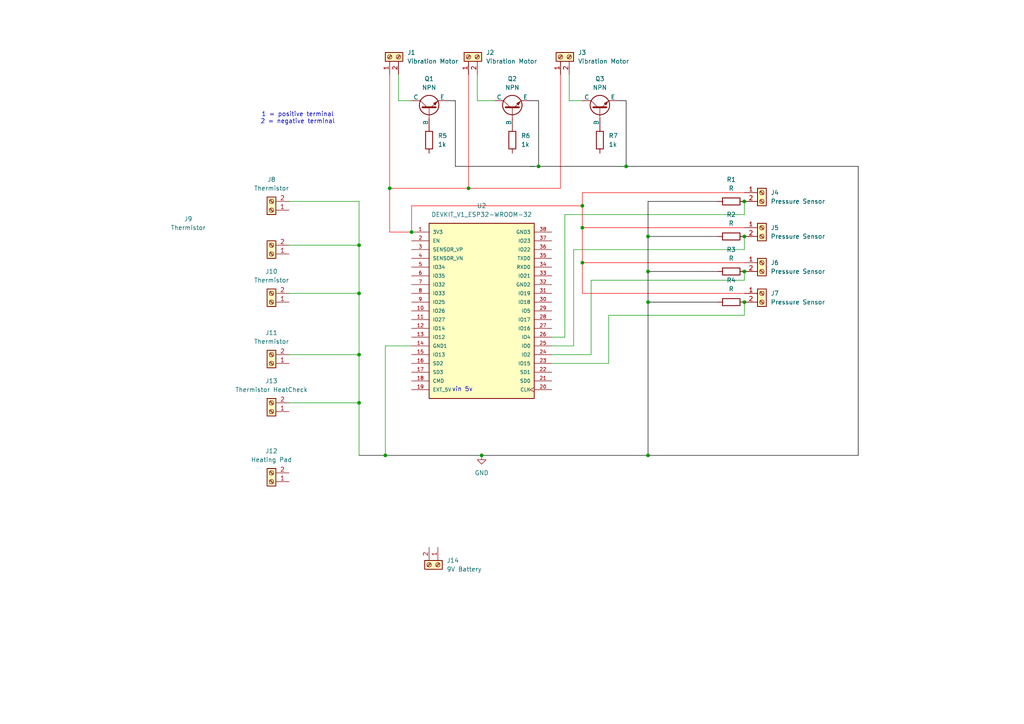
<source format=kicad_sch>
(kicad_sch (version 20231120) (generator "eeschema") (generator_version "8.0")
  (paper "A4")
  (lib_symbols
    (symbol "Connector:Screw_Terminal_01x02" (pin_names (offset 1.016) hide)
      (property "Reference" "J" (at 0 2.54 0))
      (property "Value" "Screw_Terminal_01x02" (at 0 -5.08 0))
      (symbol "Screw_Terminal_01x02_1_1"
        (rectangle (start -1.27 1.27) (end 1.27 -3.81) (stroke (width 0.254)) (fill (type background)))
        (circle (center 0 -2.54) (radius 0.635) (stroke (width 0.1524)))
        (polyline (pts (xy -0.5334 -2.2098) (xy 0.3302 -3.048)) (stroke (width 0.1524)))
        (polyline (pts (xy -0.5334 0.3302) (xy 0.3302 -0.508)) (stroke (width 0.1524)))
        (polyline (pts (xy -0.3556 -2.032) (xy 0.508 -2.8702)) (stroke (width 0.1524)))
        (polyline (pts (xy -0.3556 0.508) (xy 0.508 -0.3302)) (stroke (width 0.1524)))
        (circle (center 0 0) (radius 0.635) (stroke (width 0.1524)))
        (pin passive line (at -5.08 0 0) (length 3.81) (name "Pin_1") (number "1"))
        (pin passive line (at -5.08 -2.54 0) (length 3.81) (name "Pin_2") (number "2"))
      )
    )
    (symbol "DEVKIT_V1_ESP32-WROOM-32:DEVKIT_V1_ESP32-WROOM-32" (pin_names (offset 1.016))
      (property "Reference" "U" (at -15.2654 26.0604 0))
      (property "Value" "DEVKIT_V1_ESP32-WROOM-32" (at -15.2654 -27.9654 0))
      (symbol "DEVKIT_V1_ESP32-WROOM-32_0_0"
        (rectangle (start -15.24 -25.4) (end 15.24 25.4) (stroke (width 0.254)) (fill (type background)))
        (pin power_in line (at -20.32 22.86 0) (length 5.08) (name "3V3") (number "1"))
        (pin bidirectional line (at -20.32 0 0) (length 5.08) (name "IO26") (number "10"))
        (pin bidirectional line (at -20.32 -2.54 0) (length 5.08) (name "IO27") (number "11"))
        (pin bidirectional line (at -20.32 -5.08 0) (length 5.08) (name "IO14") (number "12"))
        (pin bidirectional line (at -20.32 -7.62 0) (length 5.08) (name "IO12") (number "13"))
        (pin power_in line (at -20.32 -10.16 0) (length 5.08) (name "GND1") (number "14"))
        (pin bidirectional line (at -20.32 -12.7 0) (length 5.08) (name "IO13") (number "15"))
        (pin bidirectional line (at -20.32 -15.24 0) (length 5.08) (name "SD2") (number "16"))
        (pin bidirectional line (at -20.32 -17.78 0) (length 5.08) (name "SD3") (number "17"))
        (pin bidirectional line (at -20.32 -20.32 0) (length 5.08) (name "CMD") (number "18"))
        (pin power_in line (at -20.32 -22.86 0) (length 5.08) (name "EXT_5V") (number "19"))
        (pin input line (at -20.32 20.32 0) (length 5.08) (name "EN") (number "2"))
        (pin input clock (at 20.32 -22.86 180) (length 5.08) (name "CLK") (number "20"))
        (pin bidirectional line (at 20.32 -20.32 180) (length 5.08) (name "SD0") (number "21"))
        (pin bidirectional line (at 20.32 -17.78 180) (length 5.08) (name "SD1") (number "22"))
        (pin bidirectional line (at 20.32 -15.24 180) (length 5.08) (name "IO15") (number "23"))
        (pin bidirectional line (at 20.32 -12.7 180) (length 5.08) (name "IO2") (number "24"))
        (pin bidirectional line (at 20.32 -10.16 180) (length 5.08) (name "IO0") (number "25"))
        (pin bidirectional line (at 20.32 -7.62 180) (length 5.08) (name "IO4") (number "26"))
        (pin bidirectional line (at 20.32 -5.08 180) (length 5.08) (name "IO16") (number "27"))
        (pin bidirectional line (at 20.32 -2.54 180) (length 5.08) (name "IO17") (number "28"))
        (pin bidirectional line (at 20.32 0 180) (length 5.08) (name "IO5") (number "29"))
        (pin input line (at -20.32 17.78 0) (length 5.08) (name "SENSOR_VP") (number "3"))
        (pin bidirectional line (at 20.32 2.54 180) (length 5.08) (name "IO18") (number "30"))
        (pin bidirectional line (at 20.32 5.08 180) (length 5.08) (name "IO19") (number "31"))
        (pin power_in line (at 20.32 7.62 180) (length 5.08) (name "GND2") (number "32"))
        (pin bidirectional line (at 20.32 10.16 180) (length 5.08) (name "IO21") (number "33"))
        (pin input line (at 20.32 12.7 180) (length 5.08) (name "RXD0") (number "34"))
        (pin output line (at 20.32 15.24 180) (length 5.08) (name "TXD0") (number "35"))
        (pin bidirectional line (at 20.32 17.78 180) (length 5.08) (name "IO22") (number "36"))
        (pin bidirectional line (at 20.32 20.32 180) (length 5.08) (name "IO23") (number "37"))
        (pin power_in line (at 20.32 22.86 180) (length 5.08) (name "GND3") (number "38"))
        (pin input line (at -20.32 15.24 0) (length 5.08) (name "SENSOR_VN") (number "4"))
        (pin bidirectional line (at -20.32 12.7 0) (length 5.08) (name "IO34") (number "5"))
        (pin bidirectional line (at -20.32 10.16 0) (length 5.08) (name "IO35") (number "6"))
        (pin bidirectional line (at -20.32 7.62 0) (length 5.08) (name "IO32") (number "7"))
        (pin bidirectional line (at -20.32 5.08 0) (length 5.08) (name "IO33") (number "8"))
        (pin bidirectional line (at -20.32 2.54 0) (length 5.08) (name "IO25") (number "9"))
      )
    )
    (symbol "Device:R" (pin_numbers hide) (pin_names (offset 0))
      (property "Reference" "R" (at 2.032 0 90))
      (property "Value" "R" (at 0 0 90))
      (symbol "R_0_1"
        (rectangle (start -1.016 -2.54) (end 1.016 2.54) (stroke (width 0.254)))
      )
      (symbol "R_1_1"
        (pin passive line (at 0 3.81 270) (length 1.27) (name "~") (number "1"))
        (pin passive line (at 0 -3.81 90) (length 1.27) (name "~") (number "2"))
      )
    )
    (symbol "Simulation_SPICE:NPN" (pin_numbers hide) (pin_names (offset 0))
      (property "Reference" "Q" (at -2.54 7.62 0))
      (property "Value" "NPN" (at -2.54 5.08 0))
      (symbol "NPN_0_1"
        (polyline (pts (xy -2.54 0) (xy 0.635 0)) (stroke (width 0.1524)))
        (polyline (pts (xy 0.635 0.635) (xy 2.54 2.54)))
        (polyline (pts (xy 2.794 -1.27) (xy 2.794 -1.27)) (stroke (width 0.1524)))
        (polyline (pts (xy 2.794 -1.27) (xy 2.794 -1.27)) (stroke (width 0.1524)))
        (polyline (pts (xy 0.635 -0.635) (xy 2.54 -2.54) (xy 2.54 -2.54)))
        (polyline (pts (xy 0.635 1.905) (xy 0.635 -1.905) (xy 0.635 -1.905)) (stroke (width 0.508)))
        (polyline (pts (xy 1.27 -1.778) (xy 1.778 -1.27) (xy 2.286 -2.286) (xy 1.27 -1.778) (xy 1.27 -1.778)) (fill (type outline)))
        (circle (center 1.27 0) (radius 2.8194) (stroke (width 0.254)))
      )
      (symbol "NPN_1_1"
        (pin open_collector line (at 2.54 5.08 270) (length 2.54) (name "C") (number "1"))
        (pin input line (at -5.08 0 0) (length 2.54) (name "B") (number "2"))
        (pin open_emitter line (at 2.54 -5.08 90) (length 2.54) (name "E") (number "3"))
      )
    )
    (symbol "power:GND" (power) (pin_numbers hide) (pin_names (offset 0) hide)
      (property "Value" "GND" (at 0 -3.81 0))
      (symbol "GND_0_1"
        (polyline (pts (xy 0 0) (xy 0 -1.27) (xy 1.27 -1.27) (xy 0 -2.54) (xy -1.27 -1.27) (xy 0 -1.27)))
      )
      (symbol "GND_1_1"
        (pin power_in line (at 0 0 270) (length 0) (name "~") (number "1"))
      )
    )
  )
  (junction (at 111.76 132.08))
  (junction (at 135.89 54.61))
  (junction (at 215.9 78.74))
  (junction (at 187.96 68.58))
  (junction (at 187.96 87.63))
  (junction (at 215.9 58.42))
  (junction (at 187.96 78.74))
  (junction (at 104.14 85.09))
  (junction (at 104.14 71.12))
  (junction (at 168.91 76.2))
  (junction (at 215.9 87.63))
  (junction (at 215.9 68.58))
  (junction (at 104.14 116.84))
  (junction (at 168.91 59.69))
  (junction (at 104.14 102.87))
  (junction (at 139.7 132.08))
  (junction (at 187.96 132.08))
  (junction (at 119.38 67.31))
  (junction (at 181.61 48.26))
  (junction (at 113.03 54.61))
  (junction (at 156.21 48.26))
  (junction (at 168.91 66.04))
  (wire (pts (xy 215.9 58.42) (xy 215.9 62.23)))
  (wire (pts (xy 215.9 87.63) (xy 215.9 91.44)))
  (wire (pts (xy 171.45 102.87) (xy 160.02 102.87)))
  (wire (pts (xy 83.82 85.09) (xy 104.14 85.09)))
  (wire (pts (xy 104.14 71.12) (xy 104.14 85.09)))
  (wire (pts (xy 156.21 29.21) (xy 156.21 48.26)) (stroke (width 0) (color 0 0 0 1)))
  (wire (pts (xy 83.82 102.87) (xy 104.14 102.87)))
  (wire (pts (xy 138.43 21.59) (xy 138.43 29.21)))
  (wire (pts (xy 115.57 29.21) (xy 119.38 29.21)))
  (wire (pts (xy 208.28 58.42) (xy 187.96 58.42)) (stroke (width 0) (color 0 0 0 1)))
  (wire (pts (xy 215.9 55.88) (xy 168.91 55.88)) (stroke (width 0) (color 255 0 0 1)))
  (wire (pts (xy 111.76 100.33) (xy 119.38 100.33)))
  (wire (pts (xy 181.61 29.21) (xy 179.07 29.21)) (stroke (width 0) (color 0 0 0 1)))
  (wire (pts (xy 115.57 21.59) (xy 115.57 29.21)))
  (wire (pts (xy 171.45 81.28) (xy 171.45 102.87)))
  (wire (pts (xy 168.91 76.2) (xy 168.91 85.09)) (stroke (width 0) (color 255 0 0 1)))
  (wire (pts (xy 187.96 132.08) (xy 139.7 132.08)) (stroke (width 0) (color 0 0 0 1)))
  (wire (pts (xy 215.9 81.28) (xy 171.45 81.28)))
  (wire (pts (xy 113.03 54.61) (xy 113.03 67.31)) (stroke (width 0) (color 255 0 0 1)))
  (wire (pts (xy 181.61 29.21) (xy 181.61 48.26)) (stroke (width 0) (color 0 0 0 1)))
  (wire (pts (xy 215.9 62.23) (xy 163.83 62.23)))
  (wire (pts (xy 215.9 68.58) (xy 215.9 72.39)))
  (wire (pts (xy 166.37 100.33) (xy 160.02 100.33)))
  (wire (pts (xy 138.43 29.21) (xy 143.51 29.21)))
  (wire (pts (xy 113.03 21.59) (xy 113.03 54.61)) (stroke (width 0) (color 255 0 0 1)))
  (wire (pts (xy 168.91 55.88) (xy 168.91 59.69)) (stroke (width 0) (color 255 0 0 1)))
  (wire (pts (xy 165.1 29.21) (xy 168.91 29.21)))
  (wire (pts (xy 176.53 91.44) (xy 176.53 105.41)))
  (wire (pts (xy 83.82 116.84) (xy 104.14 116.84)))
  (wire (pts (xy 168.91 66.04) (xy 168.91 76.2)) (stroke (width 0) (color 255 0 0 1)))
  (wire (pts (xy 113.03 67.31) (xy 119.38 67.31)) (stroke (width 0) (color 255 0 0 1)))
  (wire (pts (xy 179.07 48.26) (xy 180.34 48.26)))
  (wire (pts (xy 83.82 71.12) (xy 104.14 71.12)))
  (wire (pts (xy 176.53 105.41) (xy 160.02 105.41)))
  (wire (pts (xy 215.9 76.2) (xy 168.91 76.2)) (stroke (width 0) (color 255 0 0 1)))
  (wire (pts (xy 215.9 91.44) (xy 176.53 91.44)))
  (wire (pts (xy 119.38 59.69) (xy 119.38 67.31)) (stroke (width 0) (color 255 0 0 1)))
  (wire (pts (xy 215.9 66.04) (xy 168.91 66.04)) (stroke (width 0) (color 255 0 0 1)))
  (wire (pts (xy 168.91 59.69) (xy 119.38 59.69)) (stroke (width 0) (color 255 0 0 1)))
  (wire (pts (xy 187.96 68.58) (xy 187.96 78.74)) (stroke (width 0) (color 0 0 0 1)))
  (wire (pts (xy 111.76 132.08) (xy 139.7 132.08)) (stroke (width 0) (color 0 0 0 1)))
  (wire (pts (xy 104.14 58.42) (xy 104.14 71.12)))
  (wire (pts (xy 165.1 21.59) (xy 165.1 29.21)))
  (wire (pts (xy 132.08 48.26) (xy 156.21 48.26)) (stroke (width 0) (color 0 0 0 1)))
  (wire (pts (xy 168.91 66.04) (xy 168.91 59.69)) (stroke (width 0) (color 255 0 0 1)))
  (wire (pts (xy 248.92 48.26) (xy 248.92 132.08)) (stroke (width 0) (color 0 0 0 1)))
  (wire (pts (xy 166.37 72.39) (xy 166.37 100.33)))
  (wire (pts (xy 248.92 132.08) (xy 187.96 132.08)) (stroke (width 0) (color 0 0 0 1)))
  (wire (pts (xy 215.9 72.39) (xy 166.37 72.39)))
  (wire (pts (xy 162.56 21.59) (xy 162.56 54.61)) (stroke (width 0) (color 255 0 0 1)))
  (wire (pts (xy 208.28 87.63) (xy 187.96 87.63)) (stroke (width 0) (color 0 0 0 1)))
  (wire (pts (xy 187.96 78.74) (xy 208.28 78.74)) (stroke (width 0) (color 0 0 0 1)))
  (wire (pts (xy 187.96 68.58) (xy 208.28 68.58)) (stroke (width 0) (color 0 0 0 1)))
  (wire (pts (xy 162.56 54.61) (xy 135.89 54.61)) (stroke (width 0) (color 255 0 0 1)))
  (wire (pts (xy 181.61 48.26) (xy 248.92 48.26)) (stroke (width 0) (color 0 0 0 1)))
  (wire (pts (xy 113.03 54.61) (xy 135.89 54.61)) (stroke (width 0) (color 255 0 0 1)))
  (wire (pts (xy 187.96 87.63) (xy 187.96 132.08)) (stroke (width 0) (color 0 0 0 1)))
  (wire (pts (xy 163.83 62.23) (xy 163.83 97.79)))
  (wire (pts (xy 132.08 29.21) (xy 132.08 48.26)) (stroke (width 0) (color 0 0 0 1)))
  (wire (pts (xy 104.14 85.09) (xy 104.14 102.87)))
  (wire (pts (xy 129.54 29.21) (xy 132.08 29.21)) (stroke (width 0) (color 0 0 0 1)))
  (wire (pts (xy 111.76 100.33) (xy 111.76 132.08)))
  (wire (pts (xy 135.89 21.59) (xy 135.89 54.61)) (stroke (width 0) (color 255 0 0 1)))
  (wire (pts (xy 215.9 85.09) (xy 168.91 85.09)) (stroke (width 0) (color 255 0 0 1)))
  (wire (pts (xy 163.83 97.79) (xy 160.02 97.79)))
  (wire (pts (xy 156.21 29.21) (xy 153.67 29.21)) (stroke (width 0) (color 0 0 0 1)))
  (wire (pts (xy 83.82 58.42) (xy 104.14 58.42)))
  (wire (pts (xy 187.96 58.42) (xy 187.96 68.58)) (stroke (width 0) (color 0 0 0 1)))
  (wire (pts (xy 104.14 116.84) (xy 104.14 132.08)))
  (wire (pts (xy 104.14 132.08) (xy 111.76 132.08)) (stroke (width 0) (color 0 0 0 1)))
  (wire (pts (xy 153.67 48.26) (xy 154.94 48.26)))
  (wire (pts (xy 187.96 78.74) (xy 187.96 87.63)) (stroke (width 0) (color 0 0 0 1)))
  (wire (pts (xy 104.14 102.87) (xy 104.14 116.84)))
  (wire (pts (xy 156.21 48.26) (xy 181.61 48.26)) (stroke (width 0) (color 0 0 0 1)))
  (wire (pts (xy 215.9 78.74) (xy 215.9 81.28)))
  (text "vin 5v" (at 134.112 113.03 0) (effects (font (size 1.27 1.27))))
  (text "1 = positive terminal\n2 = negative terminal" (at 86.36 34.29 0) (effects (font (size 1.27 1.27))))
  (symbol (lib_id "Connector:Screw_Terminal_01x02") (at 78.74 87.63 180) (unit 1)
    (property "Reference" "J10" (at 78.74 78.74 0))
    (property "Value" "Thermistor" (at 78.74 81.28 0))
    (property "Description" "Generic screw terminal, single row, 01x02, script generated (kicad-library-utils/schlib/autogen/connector/)" (effects (hide yes)))
  )
  (symbol (lib_id "Connector:Screw_Terminal_01x02") (at 78.74 73.66 180) (unit 1)
    (property "Reference" "J9" (at 54.61 63.5 0))
    (property "Value" "Thermistor" (at 54.61 66.04 0))
    (property "Description" "Generic screw terminal, single row, 01x02, script generated (kicad-library-utils/schlib/autogen/connector/)" (effects (hide yes)))
  )
  (symbol (lib_id "Simulation_SPICE:NPN") (at 173.99 31.75 90) (unit 1)
    (property "Reference" "Q3" (at 173.99 22.86 90))
    (property "Value" "NPN" (at 173.99 25.4 90))
    (property "Datasheet" "https://ngspice.sourceforge.io/docs/ngspice-html-manual/manual.xhtml#cha_BJTs" (effects (hide yes)))
    (property "Description" "Bipolar transistor symbol for simulation only, substrate tied to the emitter" (effects (hide yes)))
    (property "Sim.Device" "NPN" (effects (hide yes)))
    (property "Sim.Type" "GUMMELPOON" (effects (hide yes)))
    (property "Sim.Pins" "1=C 2=B 3=E" (effects (hide yes)))
  )
  (symbol (lib_id "Connector:Screw_Terminal_01x02") (at 78.74 139.7 180) (unit 1)
    (property "Reference" "J12" (at 78.74 130.81 0))
    (property "Value" "Heating Pad" (at 78.74 133.35 0))
    (property "Description" "Generic screw terminal, single row, 01x02, script generated (kicad-library-utils/schlib/autogen/connector/)" (effects (hide yes)))
  )
  (symbol (lib_id "Device:R") (at 212.09 68.58 90) (unit 1)
    (property "Reference" "R2" (at 212.09 62.23 90))
    (property "Value" "R" (at 212.09 64.77 90))
    (property "Description" "Resistor" (effects (hide yes)))
  )
  (symbol (lib_id "Connector:Screw_Terminal_01x02") (at 78.74 119.38 180) (unit 1)
    (property "Reference" "J13" (at 78.74 110.49 0))
    (property "Value" "Thermistor HeatCheck" (at 78.74 113.03 0))
    (property "Description" "Generic screw terminal, single row, 01x02, script generated (kicad-library-utils/schlib/autogen/connector/)" (effects (hide yes)))
  )
  (symbol (lib_id "DEVKIT_V1_ESP32-WROOM-32:DEVKIT_V1_ESP32-WROOM-32") (at 139.7 90.17 0) (unit 1)
    (property "Reference" "U2" (at 139.7 59.69 0))
    (property "Value" "DEVKIT_V1_ESP32-WROOM-32" (at 139.7 62.23 0))
    (property "Footprint" "MODULE_DEVKIT_V1_ESP32-WROOM-32" (effects (hide yes)))
    (property "MF" "Espressif Systems" (effects (hide yes)))
    (property "Description_1" "\\n                        \\n                            WROOM-32 Development Board ESP32 ESP-32S WiFi Bluetooth Dev Module\\n                        \\n" (effects (hide yes)))
    (property "Package" "Package" (effects (hide yes)))
    (property "Price" "None" (effects (hide yes)))
    (property "Check_prices" "https://www.snapeda.com/parts/DEVKIT%20V1%20ESP32-WROOM-32/Espressif+Systems/view-part/?ref=eda" (effects (hide yes)))
    (property "STANDARD" "Manufacturer Recommendations" (effects (hide yes)))
    (property "PARTREV" "N/A" (effects (hide yes)))
    (property "SnapEDA_Link" "https://www.snapeda.com/parts/DEVKIT%20V1%20ESP32-WROOM-32/Espressif+Systems/view-part/?ref=snap" (effects (hide yes)))
    (property "MP" "DEVKIT V1 ESP32-WROOM-32" (effects (hide yes)))
    (property "Availability" "Not in stock" (effects (hide yes)))
    (property "MANUFACTURER" "Espressif Systems" (effects (hide yes)))
  )
  (symbol (lib_id "Connector:Screw_Terminal_01x02") (at 220.98 55.88 0) (unit 1)
    (property "Reference" "J4" (at 223.52 55.8799 0) (effects (justify left)))
    (property "Value" "Pressure Sensor" (at 223.52 58.4199 0) (effects (justify left)))
    (property "Description" "Generic screw terminal, single row, 01x02, script generated (kicad-library-utils/schlib/autogen/connector/)" (effects (hide yes)))
  )
  (symbol (lib_id "Simulation_SPICE:NPN") (at 124.46 31.75 90) (unit 1)
    (property "Reference" "Q1" (at 124.46 22.86 90))
    (property "Value" "NPN" (at 124.46 25.4 90))
    (property "Datasheet" "https://ngspice.sourceforge.io/docs/ngspice-html-manual/manual.xhtml#cha_BJTs" (effects (hide yes)))
    (property "Description" "Bipolar transistor symbol for simulation only, substrate tied to the emitter" (effects (hide yes)))
    (property "Sim.Device" "NPN" (effects (hide yes)))
    (property "Sim.Type" "GUMMELPOON" (effects (hide yes)))
    (property "Sim.Pins" "1=C 2=B 3=E" (effects (hide yes)))
  )
  (symbol (lib_id "Simulation_SPICE:NPN") (at 148.59 31.75 90) (unit 1)
    (property "Reference" "Q2" (at 148.59 22.86 90))
    (property "Value" "NPN" (at 148.59 25.4 90))
    (property "Datasheet" "https://ngspice.sourceforge.io/docs/ngspice-html-manual/manual.xhtml#cha_BJTs" (effects (hide yes)))
    (property "Description" "Bipolar transistor symbol for simulation only, substrate tied to the emitter" (effects (hide yes)))
    (property "Sim.Device" "NPN" (effects (hide yes)))
    (property "Sim.Type" "GUMMELPOON" (effects (hide yes)))
    (property "Sim.Pins" "1=C 2=B 3=E" (effects (hide yes)))
  )
  (symbol (lib_id "Connector:Screw_Terminal_01x02") (at 135.89 16.51 90) (unit 1)
    (property "Reference" "J2" (at 140.97 15.2399 90) (effects (justify right)))
    (property "Value" "Vibration Motor" (at 140.97 17.7799 90) (effects (justify right)))
    (property "Description" "Generic screw terminal, single row, 01x02, script generated (kicad-library-utils/schlib/autogen/connector/)" (effects (hide yes)))
  )
  (symbol (lib_id "Device:R") (at 212.09 78.74 90) (unit 1)
    (property "Reference" "R3" (at 212.09 72.39 90))
    (property "Value" "R" (at 212.09 74.93 90))
    (property "Description" "Resistor" (effects (hide yes)))
  )
  (symbol (lib_id "Device:R") (at 212.09 87.63 90) (unit 1)
    (property "Reference" "R4" (at 212.09 81.28 90))
    (property "Value" "R" (at 212.09 83.82 90))
    (property "Description" "Resistor" (effects (hide yes)))
  )
  (symbol (lib_id "Device:R") (at 173.99 40.64 180) (unit 1)
    (property "Reference" "R7" (at 176.53 39.3699 0) (effects (justify right)))
    (property "Value" "1k" (at 176.53 41.9099 0) (effects (justify right)))
    (property "Description" "Resistor" (effects (hide yes)))
  )
  (symbol (lib_id "Connector:Screw_Terminal_01x02") (at 220.98 85.09 0) (unit 1)
    (property "Reference" "J7" (at 223.52 85.0899 0) (effects (justify left)))
    (property "Value" "Pressure Sensor" (at 223.52 87.6299 0) (effects (justify left)))
    (property "Description" "Generic screw terminal, single row, 01x02, script generated (kicad-library-utils/schlib/autogen/connector/)" (effects (hide yes)))
  )
  (symbol (lib_id "Connector:Screw_Terminal_01x02") (at 78.74 60.96 180) (unit 1)
    (property "Reference" "J8" (at 78.74 52.07 0))
    (property "Value" "Thermistor" (at 78.74 54.61 0))
    (property "Description" "Generic screw terminal, single row, 01x02, script generated (kicad-library-utils/schlib/autogen/connector/)" (effects (hide yes)))
  )
  (symbol (lib_id "Connector:Screw_Terminal_01x02") (at 78.74 105.41 180) (unit 1)
    (property "Reference" "J11" (at 78.74 96.52 0))
    (property "Value" "Thermistor" (at 78.74 99.06 0))
    (property "Description" "Generic screw terminal, single row, 01x02, script generated (kicad-library-utils/schlib/autogen/connector/)" (effects (hide yes)))
  )
  (symbol (lib_id "Connector:Screw_Terminal_01x02") (at 127 163.83 270) (unit 1)
    (property "Reference" "J14" (at 129.54 162.5599 90) (effects (justify left)))
    (property "Value" "9V Battery" (at 129.54 165.0999 90) (effects (justify left)))
    (property "Description" "Generic screw terminal, single row, 01x02, script generated (kicad-library-utils/schlib/autogen/connector/)" (effects (hide yes)))
  )
  (symbol (lib_id "Connector:Screw_Terminal_01x02") (at 220.98 66.04 0) (unit 1)
    (property "Reference" "J5" (at 223.52 66.0399 0) (effects (justify left)))
    (property "Value" "Pressure Sensor" (at 223.52 68.5799 0) (effects (justify left)))
    (property "Description" "Generic screw terminal, single row, 01x02, script generated (kicad-library-utils/schlib/autogen/connector/)" (effects (hide yes)))
  )
  (symbol (lib_id "Device:R") (at 124.46 40.64 180) (unit 1)
    (property "Reference" "R5" (at 127 39.3699 0) (effects (justify right)))
    (property "Value" "1k" (at 127 41.9099 0) (effects (justify right)))
    (property "Description" "Resistor" (effects (hide yes)))
  )
  (symbol (lib_id "Connector:Screw_Terminal_01x02") (at 162.56 16.51 90) (unit 1)
    (property "Reference" "J3" (at 167.64 15.2399 90) (effects (justify right)))
    (property "Value" "Vibration Motor" (at 167.64 17.7799 90) (effects (justify right)))
    (property "Description" "Generic screw terminal, single row, 01x02, script generated (kicad-library-utils/schlib/autogen/connector/)" (effects (hide yes)))
  )
  (symbol (lib_id "Connector:Screw_Terminal_01x02") (at 220.98 76.2 0) (unit 1)
    (property "Reference" "J6" (at 223.52 76.1999 0) (effects (justify left)))
    (property "Value" "Pressure Sensor" (at 223.52 78.7399 0) (effects (justify left)))
    (property "Description" "Generic screw terminal, single row, 01x02, script generated (kicad-library-utils/schlib/autogen/connector/)" (effects (hide yes)))
  )
  (symbol (lib_id "Device:R") (at 148.59 40.64 180) (unit 1)
    (property "Reference" "R6" (at 151.13 39.3699 0) (effects (justify right)))
    (property "Value" "1k" (at 151.13 41.9099 0) (effects (justify right)))
    (property "Description" "Resistor" (effects (hide yes)))
  )
  (symbol (lib_id "Connector:Screw_Terminal_01x02") (at 113.03 16.51 90) (unit 1)
    (property "Reference" "J1" (at 118.11 15.2399 90) (effects (justify right)))
    (property "Value" "Vibration Motor" (at 118.11 17.7799 90) (effects (justify right)))
    (property "Description" "Generic screw terminal, single row, 01x02, script generated (kicad-library-utils/schlib/autogen/connector/)" (effects (hide yes)))
  )
  (symbol (lib_id "power:GND") (at 139.7 132.08 0) (unit 1)
    (property "Reference" "#PWR01" (effects (hide yes)))
    (property "Value" "GND" (at 139.7 137.16 0))
    (property "Description" "Power symbol creates a global label with name \"GND\" , ground" (effects (hide yes)))
  )
  (symbol (lib_id "Device:R") (at 212.09 58.42 90) (unit 1)
    (property "Reference" "R1" (at 212.09 52.07 90))
    (property "Value" "R" (at 212.09 54.61 90))
    (property "Description" "Resistor" (effects (hide yes)))
  )
)
</source>
